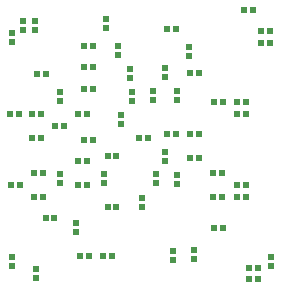
<source format=gbr>
%TF.GenerationSoftware,Altium Limited,Altium Designer,21.5.1 (32)*%
G04 Layer_Color=16711935*
%FSLAX45Y45*%
%MOMM*%
%TF.SameCoordinates,DA76D118-4440-4CF8-9B87-3A81F077C57B*%
%TF.FilePolarity,Negative*%
%TF.FileFunction,Soldermask,Bot*%
%TF.Part,Single*%
G01*
G75*
%TA.AperFunction,SMDPad,CuDef*%
%ADD57R,0.51535X0.47247*%
%ADD59R,0.47247X0.51535*%
D57*
X6188541Y6827168D02*
D03*
X6112829D02*
D03*
X5009545Y8007424D02*
D03*
X5085258D02*
D03*
X5009545Y8187851D02*
D03*
X5085258D02*
D03*
X5009545Y7572426D02*
D03*
X5085258D02*
D03*
X5032431Y7391999D02*
D03*
X4956719D02*
D03*
Y7192000D02*
D03*
X5032431D02*
D03*
X4959471Y7791999D02*
D03*
X5035183D02*
D03*
X5085258Y8368277D02*
D03*
X5009545D02*
D03*
X4583618Y7292000D02*
D03*
X4659331D02*
D03*
X4583618Y7092000D02*
D03*
X4659331D02*
D03*
X4390944Y7192000D02*
D03*
X4466662D02*
D03*
X5709544Y8507843D02*
D03*
X5785256D02*
D03*
X6385255Y7891998D02*
D03*
Y7791999D02*
D03*
Y7192066D02*
D03*
X5785256Y7621214D02*
D03*
X6385255Y7092000D02*
D03*
X5548706Y7591999D02*
D03*
X4609546Y8128549D02*
D03*
X4381453Y7791999D02*
D03*
X4766796Y7691999D02*
D03*
X4574122Y7591999D02*
D03*
X5209545Y7433622D02*
D03*
X5054728Y6591950D02*
D03*
X4684392Y6911579D02*
D03*
X6585255Y8392003D02*
D03*
X6509542Y8492002D02*
D03*
X6361585Y8675622D02*
D03*
X6109543Y7891948D02*
D03*
X5909544Y7621214D02*
D03*
Y8134742D02*
D03*
X4649834Y7791999D02*
D03*
X6102218Y7092000D02*
D03*
Y7292000D02*
D03*
X5909544Y7423031D02*
D03*
X6485255Y6492001D02*
D03*
X6409543Y6392001D02*
D03*
X5209545Y7002776D02*
D03*
X5171690Y6592206D02*
D03*
X6437297Y8675622D02*
D03*
X5709544Y7621214D02*
D03*
X4760105Y6911579D02*
D03*
X4685259Y8128549D02*
D03*
X4457165Y7791999D02*
D03*
X4979016Y6591950D02*
D03*
X4574122Y7791999D02*
D03*
X5247403Y6592206D02*
D03*
X4842509Y7691999D02*
D03*
X4649834Y7591999D02*
D03*
X5472994D02*
D03*
X5985256Y7423031D02*
D03*
Y7621214D02*
D03*
Y8134742D02*
D03*
X6185256Y7891948D02*
D03*
X6309543Y7192066D02*
D03*
Y7891998D02*
D03*
Y7791999D02*
D03*
X6485255Y6392001D02*
D03*
X6509542Y8392003D02*
D03*
X6585255Y8492002D02*
D03*
X5285257Y7002776D02*
D03*
Y7433622D02*
D03*
X6177930Y7092000D02*
D03*
Y7292000D02*
D03*
X6309543Y7092000D02*
D03*
X6409543Y6492001D02*
D03*
D59*
X4808022Y7279869D02*
D03*
Y7204156D02*
D03*
X5897347Y8359151D02*
D03*
Y8283439D02*
D03*
X4944618Y6796534D02*
D03*
Y6872246D02*
D03*
X5761400Y6633923D02*
D03*
Y6558211D02*
D03*
X5941829Y6641997D02*
D03*
Y6566285D02*
D03*
X5797398Y7910339D02*
D03*
X5597398Y7986051D02*
D03*
X5397251Y8172531D02*
D03*
X5697398Y7396815D02*
D03*
X5616971Y7279858D02*
D03*
X5197399Y8516974D02*
D03*
X5324297Y7779857D02*
D03*
X5181123Y7204146D02*
D03*
X4597451Y8579907D02*
D03*
X4810774Y7904145D02*
D03*
X4497400Y8579856D02*
D03*
X4397400Y8404144D02*
D03*
X5697398Y8103013D02*
D03*
X5416972Y7904145D02*
D03*
X5297348Y8289493D02*
D03*
X5797398Y7274339D02*
D03*
X6597401Y6579855D02*
D03*
X5501972Y7079859D02*
D03*
X4605000Y6480358D02*
D03*
X4397400Y6579855D02*
D03*
Y6504142D02*
D03*
Y8479856D02*
D03*
X4497400Y8504144D02*
D03*
X4605000Y6404646D02*
D03*
X4597451Y8504194D02*
D03*
X4810774Y7979857D02*
D03*
X5297348Y8365206D02*
D03*
X5197399Y8592686D02*
D03*
X5397251Y8096819D02*
D03*
X5501972Y7004141D02*
D03*
X5697398Y7472528D02*
D03*
X5324297Y7704145D02*
D03*
X5697398Y8178725D02*
D03*
X5797398Y7198627D02*
D03*
X5181123Y7279858D02*
D03*
X5616971Y7204146D02*
D03*
X5597398Y7910339D02*
D03*
X5797398Y7986051D02*
D03*
X5416972Y7979857D02*
D03*
X6597401Y6504142D02*
D03*
%TF.MD5,c4f0da3ae063646b9a814f26b33e237b*%
M02*

</source>
